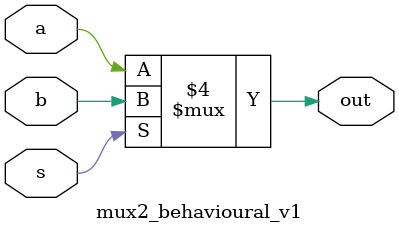
<source format=sv>
module mux2_behavioural_v1 (output logic out, input logic a, b, s);

always_comb
	if (s == 0)
	   out = a;	//Single line does not need begin
	else
	   out = b;

endmodule
</source>
